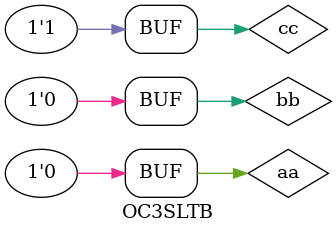
<source format=v>
`timescale 1ns/1ns

module OC3SLTB ();
  reg aa,bb,cc;
  wire yy0,yy1;
  OC3SL uut (aa,bb,cc,yy0,yy1);
  initial begin
    aa = 0;
    bb = 0;
    cc = 0;
    #150 aa = 1;
    #50 bb = 1;
    #50 aa = 0;
    #50 cc = 1;
    #50 aa = 1;
    #50 bb = 0;
    #50 aa = 0;
  end
endmodule

</source>
